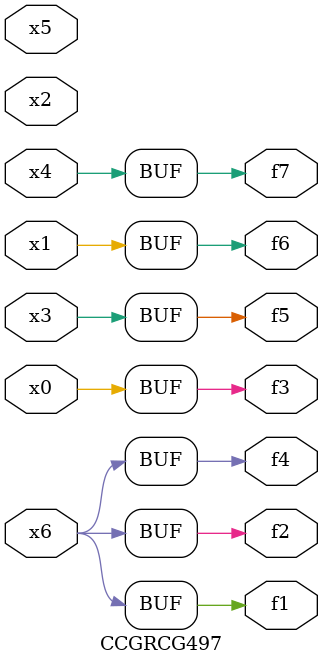
<source format=v>
module CCGRCG497(
	input x0, x1, x2, x3, x4, x5, x6,
	output f1, f2, f3, f4, f5, f6, f7
);
	assign f1 = x6;
	assign f2 = x6;
	assign f3 = x0;
	assign f4 = x6;
	assign f5 = x3;
	assign f6 = x1;
	assign f7 = x4;
endmodule

</source>
